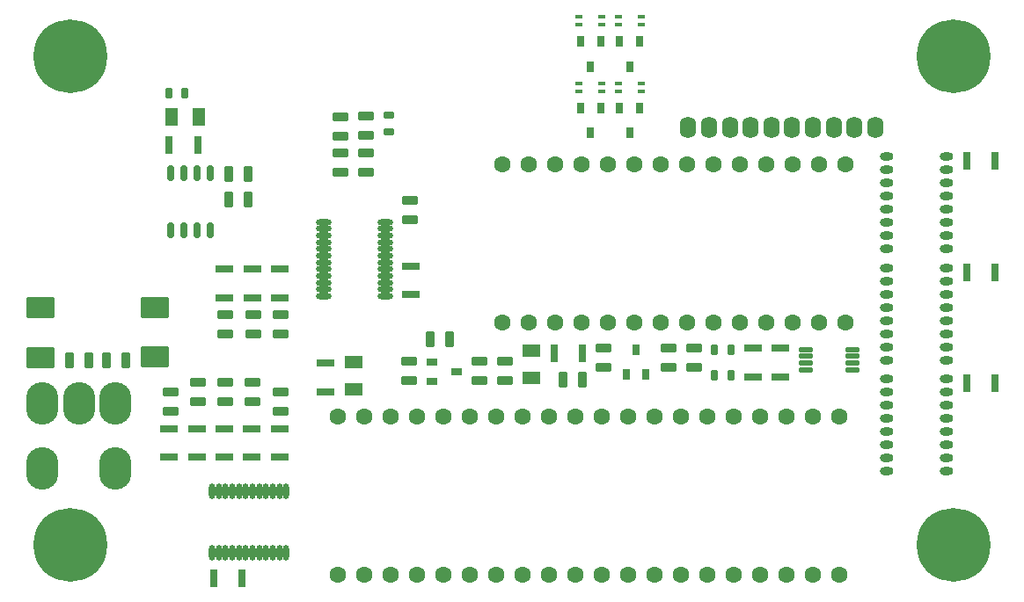
<source format=gts>
G04 Layer_Color=8388736*
%FSLAX44Y44*%
%MOMM*%
G71*
G01*
G75*
%ADD42R,0.8000X1.1000*%
%ADD43R,1.1000X0.8000*%
G04:AMPARAMS|DCode=44|XSize=0.8mm|YSize=1.6mm|CornerRadius=0.1375mm|HoleSize=0mm|Usage=FLASHONLY|Rotation=270.000|XOffset=0mm|YOffset=0mm|HoleType=Round|Shape=RoundedRectangle|*
%AMROUNDEDRECTD44*
21,1,0.8000,1.3250,0,0,270.0*
21,1,0.5250,1.6000,0,0,270.0*
1,1,0.2750,-0.6625,-0.2625*
1,1,0.2750,-0.6625,0.2625*
1,1,0.2750,0.6625,0.2625*
1,1,0.2750,0.6625,-0.2625*
%
%ADD44ROUNDEDRECTD44*%
%ADD45R,0.7000X0.4000*%
G04:AMPARAMS|DCode=46|XSize=0.8mm|YSize=1.6mm|CornerRadius=0.1375mm|HoleSize=0mm|Usage=FLASHONLY|Rotation=180.000|XOffset=0mm|YOffset=0mm|HoleType=Round|Shape=RoundedRectangle|*
%AMROUNDEDRECTD46*
21,1,0.8000,1.3250,0,0,180.0*
21,1,0.5250,1.6000,0,0,180.0*
1,1,0.2750,-0.2625,0.6625*
1,1,0.2750,0.2625,0.6625*
1,1,0.2750,0.2625,-0.6625*
1,1,0.2750,-0.2625,-0.6625*
%
%ADD46ROUNDEDRECTD46*%
G04:AMPARAMS|DCode=47|XSize=0.7mm|YSize=1.1mm|CornerRadius=0.155mm|HoleSize=0mm|Usage=FLASHONLY|Rotation=0.000|XOffset=0mm|YOffset=0mm|HoleType=Round|Shape=RoundedRectangle|*
%AMROUNDEDRECTD47*
21,1,0.7000,0.7900,0,0,0.0*
21,1,0.3900,1.1000,0,0,0.0*
1,1,0.3100,0.1950,-0.3950*
1,1,0.3100,-0.1950,-0.3950*
1,1,0.3100,-0.1950,0.3950*
1,1,0.3100,0.1950,0.3950*
%
%ADD47ROUNDEDRECTD47*%
G04:AMPARAMS|DCode=48|XSize=0.7mm|YSize=1.1mm|CornerRadius=0.155mm|HoleSize=0mm|Usage=FLASHONLY|Rotation=90.000|XOffset=0mm|YOffset=0mm|HoleType=Round|Shape=RoundedRectangle|*
%AMROUNDEDRECTD48*
21,1,0.7000,0.7900,0,0,90.0*
21,1,0.3900,1.1000,0,0,90.0*
1,1,0.3100,0.3950,0.1950*
1,1,0.3100,0.3950,-0.1950*
1,1,0.3100,-0.3950,-0.1950*
1,1,0.3100,-0.3950,0.1950*
%
%ADD48ROUNDEDRECTD48*%
%ADD49O,1.3000X0.8000*%
%ADD50O,0.6000X1.5000*%
%ADD51O,1.5000X0.6000*%
%ADD52O,1.4500X0.5200*%
%ADD53O,0.7000X1.5500*%
%ADD54R,0.8000X1.8000*%
%ADD55R,1.8000X0.8000*%
%ADD56R,1.8000X1.3000*%
G04:AMPARAMS|DCode=57|XSize=2.1mm|YSize=2.7mm|CornerRadius=0.25mm|HoleSize=0mm|Usage=FLASHONLY|Rotation=270.000|XOffset=0mm|YOffset=0mm|HoleType=Round|Shape=RoundedRectangle|*
%AMROUNDEDRECTD57*
21,1,2.1000,2.2000,0,0,270.0*
21,1,1.6000,2.7000,0,0,270.0*
1,1,0.5000,-1.1000,-0.8000*
1,1,0.5000,-1.1000,0.8000*
1,1,0.5000,1.1000,0.8000*
1,1,0.5000,1.1000,-0.8000*
%
%ADD57ROUNDEDRECTD57*%
%ADD58R,1.3000X1.8000*%
%ADD59O,1.6000X2.1000*%
%ADD60C,1.6000*%
%ADD61C,7.1000*%
%ADD62O,3.1000X4.1000*%
D42*
X560250Y534500D02*
D03*
X541250D02*
D03*
X550750Y510500D02*
D03*
X597750Y534500D02*
D03*
X578750D02*
D03*
X588250Y510500D02*
D03*
X560250Y470500D02*
D03*
X541250D02*
D03*
X550750Y446500D02*
D03*
X597750Y470500D02*
D03*
X578750D02*
D03*
X588250Y446500D02*
D03*
X585000Y213750D02*
D03*
X604000D02*
D03*
X594500Y237750D02*
D03*
D43*
X398000Y226000D02*
D03*
Y207000D02*
D03*
X422000Y216500D02*
D03*
D44*
X334750Y444000D02*
D03*
Y462750D02*
D03*
X376500Y381250D02*
D03*
Y362500D02*
D03*
X252388Y196835D02*
D03*
Y178085D02*
D03*
X172750Y206335D02*
D03*
Y187585D02*
D03*
X252500Y252500D02*
D03*
Y271250D02*
D03*
X199500Y252420D02*
D03*
Y271170D02*
D03*
X146250Y196835D02*
D03*
Y178085D02*
D03*
X199250Y206335D02*
D03*
Y187585D02*
D03*
X226000Y252420D02*
D03*
Y271170D02*
D03*
X225750Y206335D02*
D03*
Y187585D02*
D03*
X376000Y227000D02*
D03*
Y208250D02*
D03*
X444000Y227000D02*
D03*
Y208250D02*
D03*
X468500Y227000D02*
D03*
Y208250D02*
D03*
X563500Y220500D02*
D03*
Y239250D02*
D03*
X650000Y239250D02*
D03*
Y220500D02*
D03*
X625500Y220500D02*
D03*
Y239250D02*
D03*
X334750Y408500D02*
D03*
Y427250D02*
D03*
X310250Y443500D02*
D03*
Y462250D02*
D03*
Y408500D02*
D03*
Y427250D02*
D03*
D45*
X539750Y558500D02*
D03*
Y550500D02*
D03*
X577250Y558500D02*
D03*
Y550500D02*
D03*
X561750D02*
D03*
Y558500D02*
D03*
X599250Y550500D02*
D03*
Y558500D02*
D03*
X561750Y486500D02*
D03*
Y494500D02*
D03*
X599250Y486500D02*
D03*
Y494500D02*
D03*
X539750Y486500D02*
D03*
Y494500D02*
D03*
X577250Y486500D02*
D03*
Y494500D02*
D03*
D46*
X396500Y247500D02*
D03*
X415250D02*
D03*
X543000Y208750D02*
D03*
X524250D02*
D03*
X202500Y407250D02*
D03*
X221250D02*
D03*
X68250Y227750D02*
D03*
X49500D02*
D03*
X84750D02*
D03*
X103500D02*
D03*
X221250Y382750D02*
D03*
X202500D02*
D03*
D47*
X686000Y237750D02*
D03*
X670000D02*
D03*
X686000Y213250D02*
D03*
X670000D02*
D03*
X144500Y485000D02*
D03*
X160500D02*
D03*
D48*
X356750Y463250D02*
D03*
Y447250D02*
D03*
D49*
X893750Y120350D02*
D03*
Y133050D02*
D03*
Y145750D02*
D03*
Y158450D02*
D03*
Y171150D02*
D03*
Y183850D02*
D03*
Y196550D02*
D03*
Y209250D02*
D03*
X835500Y120350D02*
D03*
Y133050D02*
D03*
Y145750D02*
D03*
Y158450D02*
D03*
Y171150D02*
D03*
Y183850D02*
D03*
Y196550D02*
D03*
Y209250D02*
D03*
X893750Y227100D02*
D03*
Y239800D02*
D03*
Y252500D02*
D03*
Y265200D02*
D03*
Y277900D02*
D03*
Y290600D02*
D03*
Y303300D02*
D03*
Y316000D02*
D03*
X835500Y227100D02*
D03*
Y239800D02*
D03*
Y252500D02*
D03*
Y265200D02*
D03*
Y277900D02*
D03*
Y290600D02*
D03*
Y303300D02*
D03*
Y316000D02*
D03*
X893750Y334850D02*
D03*
Y347550D02*
D03*
Y360250D02*
D03*
Y372950D02*
D03*
Y385650D02*
D03*
Y398350D02*
D03*
Y411050D02*
D03*
Y423750D02*
D03*
X835500Y334850D02*
D03*
Y347550D02*
D03*
Y360250D02*
D03*
Y372950D02*
D03*
Y385650D02*
D03*
Y398350D02*
D03*
Y411050D02*
D03*
Y423750D02*
D03*
D50*
X186250Y42000D02*
D03*
X192750D02*
D03*
X199250D02*
D03*
X205750D02*
D03*
X212250D02*
D03*
X218750D02*
D03*
X225250D02*
D03*
X231750D02*
D03*
X238250D02*
D03*
X244750D02*
D03*
X251250D02*
D03*
X257750D02*
D03*
X186250Y101000D02*
D03*
X192750D02*
D03*
X199250D02*
D03*
X205750D02*
D03*
X212250D02*
D03*
X218750D02*
D03*
X225250D02*
D03*
X231750D02*
D03*
X238250D02*
D03*
X244750D02*
D03*
X251250D02*
D03*
X257750D02*
D03*
D51*
X353000Y289250D02*
D03*
Y295750D02*
D03*
Y302250D02*
D03*
Y308750D02*
D03*
Y315250D02*
D03*
Y321750D02*
D03*
Y328250D02*
D03*
Y334750D02*
D03*
Y341250D02*
D03*
Y347750D02*
D03*
Y354250D02*
D03*
Y360750D02*
D03*
X294000Y289250D02*
D03*
Y295750D02*
D03*
Y302250D02*
D03*
Y308750D02*
D03*
Y315250D02*
D03*
Y321750D02*
D03*
Y328250D02*
D03*
Y334750D02*
D03*
Y341250D02*
D03*
Y347750D02*
D03*
Y354250D02*
D03*
Y360750D02*
D03*
D52*
X758250Y238000D02*
D03*
Y231500D02*
D03*
Y225000D02*
D03*
Y218500D02*
D03*
X802750Y238000D02*
D03*
Y231500D02*
D03*
Y225000D02*
D03*
Y218500D02*
D03*
D53*
X146450Y353000D02*
D03*
X159150D02*
D03*
X171850D02*
D03*
X184550D02*
D03*
X146450Y407500D02*
D03*
X159150D02*
D03*
X171850D02*
D03*
X184550D02*
D03*
D54*
X940250Y419800D02*
D03*
X912750D02*
D03*
X940250Y205300D02*
D03*
X912750D02*
D03*
X940250Y312050D02*
D03*
X912750D02*
D03*
X543000Y234250D02*
D03*
X515500D02*
D03*
X187750Y17400D02*
D03*
X215250D02*
D03*
X172500Y435250D02*
D03*
X145000D02*
D03*
D55*
X251388Y161500D02*
D03*
Y134000D02*
D03*
X171750Y161500D02*
D03*
Y134000D02*
D03*
X251500Y287750D02*
D03*
Y315250D02*
D03*
X198500Y287750D02*
D03*
Y315250D02*
D03*
X145250Y161500D02*
D03*
Y134000D02*
D03*
X198250Y161500D02*
D03*
Y134000D02*
D03*
X225000Y287750D02*
D03*
Y315250D02*
D03*
X224750Y161500D02*
D03*
Y134000D02*
D03*
X296000Y224500D02*
D03*
Y197000D02*
D03*
X377500Y290750D02*
D03*
Y318250D02*
D03*
X733500Y239250D02*
D03*
Y211750D02*
D03*
X707000Y239250D02*
D03*
Y211750D02*
D03*
D56*
X322500Y225500D02*
D03*
Y199500D02*
D03*
X494000Y210750D02*
D03*
Y236750D02*
D03*
D57*
X21500Y278250D02*
D03*
Y230250D02*
D03*
X131500Y278500D02*
D03*
Y230500D02*
D03*
D58*
X173500Y461750D02*
D03*
X147500D02*
D03*
D59*
X824750Y451750D02*
D03*
X804750D02*
D03*
X784750D02*
D03*
X764750D02*
D03*
X744750D02*
D03*
X724750D02*
D03*
X704750D02*
D03*
X684750D02*
D03*
X664750D02*
D03*
X644750D02*
D03*
D60*
X307250Y173000D02*
D03*
X332650D02*
D03*
X358050D02*
D03*
X383450D02*
D03*
X408850D02*
D03*
X434250D02*
D03*
X459650D02*
D03*
X485050D02*
D03*
X510450D02*
D03*
X535850D02*
D03*
X561250D02*
D03*
X586650D02*
D03*
X612050D02*
D03*
X637450D02*
D03*
X662850D02*
D03*
X688250D02*
D03*
X713650D02*
D03*
X739050D02*
D03*
X764450D02*
D03*
X789850D02*
D03*
Y20600D02*
D03*
X764450D02*
D03*
X739050D02*
D03*
X713650D02*
D03*
X688250D02*
D03*
X662850D02*
D03*
X637450D02*
D03*
X612050D02*
D03*
X586650D02*
D03*
X561250D02*
D03*
X535850D02*
D03*
X510450D02*
D03*
X485050D02*
D03*
X459650D02*
D03*
X434250D02*
D03*
X408850D02*
D03*
X383450D02*
D03*
X358050D02*
D03*
X332650D02*
D03*
X307250D02*
D03*
X465400Y416650D02*
D03*
X490800D02*
D03*
X516200D02*
D03*
X541600D02*
D03*
X567000D02*
D03*
X592400D02*
D03*
X617800D02*
D03*
X643200D02*
D03*
X668600D02*
D03*
X694000D02*
D03*
X719400D02*
D03*
X744800D02*
D03*
X770200D02*
D03*
X795600D02*
D03*
Y264250D02*
D03*
X770200D02*
D03*
X744800D02*
D03*
X719400D02*
D03*
X694000D02*
D03*
X668600D02*
D03*
X643200D02*
D03*
X617800D02*
D03*
X592400D02*
D03*
X567000D02*
D03*
X541600D02*
D03*
X516200D02*
D03*
X490800D02*
D03*
X465400D02*
D03*
D61*
X50000Y50000D02*
D03*
Y520000D02*
D03*
X900000D02*
D03*
Y50000D02*
D03*
D62*
X23000Y123500D02*
D03*
X93000D02*
D03*
Y186000D02*
D03*
X58250D02*
D03*
X23000D02*
D03*
M02*

</source>
